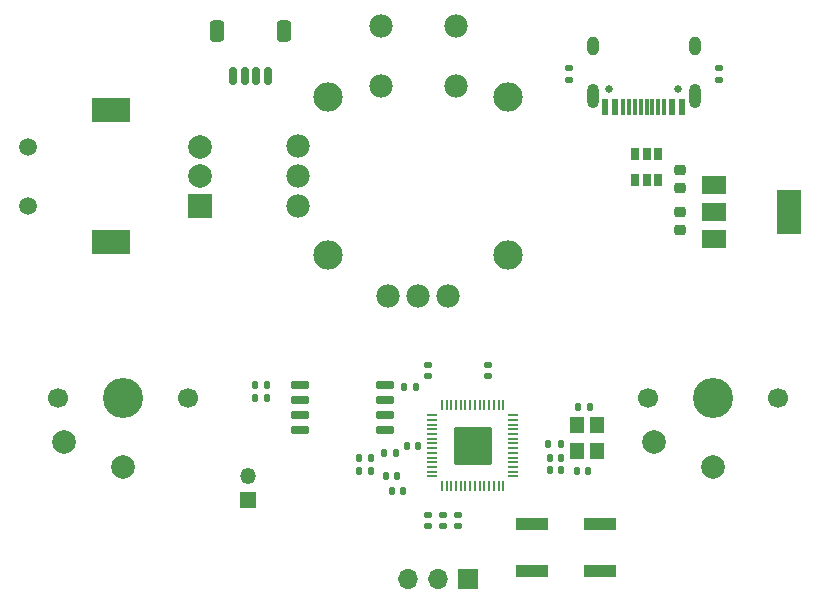
<source format=gbs>
%TF.GenerationSoftware,KiCad,Pcbnew,(6.0.0)*%
%TF.CreationDate,2021-12-27T13:21:06-08:00*%
%TF.ProjectId,Microtus-rp2040,4d696372-6f74-4757-932d-727032303430,rev?*%
%TF.SameCoordinates,Original*%
%TF.FileFunction,Soldermask,Bot*%
%TF.FilePolarity,Negative*%
%FSLAX46Y46*%
G04 Gerber Fmt 4.6, Leading zero omitted, Abs format (unit mm)*
G04 Created by KiCad (PCBNEW (6.0.0)) date 2021-12-27 13:21:06*
%MOMM*%
%LPD*%
G01*
G04 APERTURE LIST*
G04 Aperture macros list*
%AMRoundRect*
0 Rectangle with rounded corners*
0 $1 Rounding radius*
0 $2 $3 $4 $5 $6 $7 $8 $9 X,Y pos of 4 corners*
0 Add a 4 corners polygon primitive as box body*
4,1,4,$2,$3,$4,$5,$6,$7,$8,$9,$2,$3,0*
0 Add four circle primitives for the rounded corners*
1,1,$1+$1,$2,$3*
1,1,$1+$1,$4,$5*
1,1,$1+$1,$6,$7*
1,1,$1+$1,$8,$9*
0 Add four rect primitives between the rounded corners*
20,1,$1+$1,$2,$3,$4,$5,0*
20,1,$1+$1,$4,$5,$6,$7,0*
20,1,$1+$1,$6,$7,$8,$9,0*
20,1,$1+$1,$8,$9,$2,$3,0*%
G04 Aperture macros list end*
%ADD10RoundRect,0.225000X-0.250000X0.225000X-0.250000X-0.225000X0.250000X-0.225000X0.250000X0.225000X0*%
%ADD11RoundRect,0.225000X0.250000X-0.225000X0.250000X0.225000X-0.250000X0.225000X-0.250000X-0.225000X0*%
%ADD12R,1.700000X1.700000*%
%ADD13O,1.700000X1.700000*%
%ADD14R,1.350000X1.350000*%
%ADD15O,1.350000X1.350000*%
%ADD16RoundRect,0.135000X0.135000X0.185000X-0.135000X0.185000X-0.135000X-0.185000X0.135000X-0.185000X0*%
%ADD17O,1.000000X1.600000*%
%ADD18C,0.650000*%
%ADD19O,1.000000X2.100000*%
%ADD20R,0.300000X1.450000*%
%ADD21R,0.600000X1.450000*%
%ADD22RoundRect,0.135000X-0.135000X-0.185000X0.135000X-0.185000X0.135000X0.185000X-0.135000X0.185000X0*%
%ADD23RoundRect,0.135000X0.185000X-0.135000X0.185000X0.135000X-0.185000X0.135000X-0.185000X-0.135000X0*%
%ADD24RoundRect,0.140000X-0.140000X-0.170000X0.140000X-0.170000X0.140000X0.170000X-0.140000X0.170000X0*%
%ADD25RoundRect,0.140000X0.170000X-0.140000X0.170000X0.140000X-0.170000X0.140000X-0.170000X-0.140000X0*%
%ADD26RoundRect,0.140000X-0.170000X0.140000X-0.170000X-0.140000X0.170000X-0.140000X0.170000X0.140000X0*%
%ADD27RoundRect,0.140000X0.140000X0.170000X-0.140000X0.170000X-0.140000X-0.170000X0.140000X-0.170000X0*%
%ADD28RoundRect,0.144000X-1.456000X1.456000X-1.456000X-1.456000X1.456000X-1.456000X1.456000X1.456000X0*%
%ADD29RoundRect,0.050000X-0.050000X0.387500X-0.050000X-0.387500X0.050000X-0.387500X0.050000X0.387500X0*%
%ADD30RoundRect,0.050000X-0.387500X0.050000X-0.387500X-0.050000X0.387500X-0.050000X0.387500X0.050000X0*%
%ADD31RoundRect,0.150000X-0.150000X-0.625000X0.150000X-0.625000X0.150000X0.625000X-0.150000X0.625000X0*%
%ADD32RoundRect,0.250000X-0.350000X-0.650000X0.350000X-0.650000X0.350000X0.650000X-0.350000X0.650000X0*%
%ADD33R,1.200000X1.400000*%
%ADD34R,0.650000X1.060000*%
%ADD35RoundRect,0.150000X0.650000X0.150000X-0.650000X0.150000X-0.650000X-0.150000X0.650000X-0.150000X0*%
%ADD36R,2.000000X3.800000*%
%ADD37R,2.000000X1.500000*%
%ADD38C,1.500000*%
%ADD39R,3.200000X2.000000*%
%ADD40C,2.000000*%
%ADD41R,2.000000X2.000000*%
%ADD42R,2.750000X1.000000*%
%ADD43C,3.400000*%
%ADD44C,1.700000*%
%ADD45C,1.981200*%
%ADD46C,2.489200*%
G04 APERTURE END LIST*
D10*
%TO.C,C2*%
X56642000Y-17287000D03*
X56642000Y-18837000D03*
%TD*%
D11*
%TO.C,C1*%
X56642000Y-15253000D03*
X56642000Y-13703000D03*
%TD*%
D12*
%TO.C,J3*%
X38735000Y-48330000D03*
D13*
X36195000Y-48330000D03*
X33655000Y-48330000D03*
%TD*%
D14*
%TO.C,JP1*%
X20066000Y-41656000D03*
D15*
X20066000Y-39656000D03*
%TD*%
D16*
%TO.C,R2*%
X33272000Y-32131000D03*
X34292000Y-32131000D03*
%TD*%
D17*
%TO.C,J2*%
X57914000Y-3268000D03*
D18*
X56484000Y-6918000D03*
D17*
X49274000Y-3268000D03*
D18*
X50704000Y-6918000D03*
D19*
X49274000Y-7448000D03*
X57914000Y-7448000D03*
D20*
X53344000Y-8363000D03*
X55344000Y-8363000D03*
X54844000Y-8363000D03*
X54344000Y-8363000D03*
X53844000Y-8363000D03*
X52844000Y-8363000D03*
X52344000Y-8363000D03*
X51844000Y-8363000D03*
D21*
X56844000Y-8363000D03*
X56044000Y-8363000D03*
X51144000Y-8363000D03*
X50344000Y-8363000D03*
X50344000Y-8363000D03*
X51144000Y-8363000D03*
X56044000Y-8363000D03*
X56844000Y-8363000D03*
%TD*%
D22*
%TO.C,R7*%
X30482000Y-39243000D03*
X29462000Y-39243000D03*
%TD*%
%TO.C,R6*%
X29462000Y-38100000D03*
X30482000Y-38100000D03*
%TD*%
%TO.C,R5*%
X45544000Y-36957000D03*
X46564000Y-36957000D03*
%TD*%
D23*
%TO.C,R4*%
X59944000Y-6098000D03*
X59944000Y-5078000D03*
%TD*%
%TO.C,R3*%
X47244000Y-6098000D03*
X47244000Y-5078000D03*
%TD*%
D16*
%TO.C,R1*%
X21719000Y-33074000D03*
X20699000Y-33074000D03*
%TD*%
D24*
%TO.C,C16*%
X46603000Y-38100000D03*
X45643000Y-38100000D03*
%TD*%
D25*
%TO.C,C15*%
X40386000Y-31214000D03*
X40386000Y-30254000D03*
%TD*%
%TO.C,C14*%
X35306000Y-30254000D03*
X35306000Y-31214000D03*
%TD*%
D26*
%TO.C,C13*%
X35306000Y-42954000D03*
X35306000Y-43914000D03*
%TD*%
%TO.C,C12*%
X36576000Y-42954000D03*
X36576000Y-43914000D03*
%TD*%
D27*
%TO.C,C11*%
X32611000Y-37719000D03*
X31651000Y-37719000D03*
%TD*%
D26*
%TO.C,C10*%
X37846000Y-42954000D03*
X37846000Y-43914000D03*
%TD*%
D27*
%TO.C,C9*%
X32286000Y-40894000D03*
X33246000Y-40894000D03*
%TD*%
%TO.C,C8*%
X32738000Y-39624000D03*
X31778000Y-39624000D03*
%TD*%
D24*
%TO.C,C7*%
X45643000Y-39116000D03*
X46603000Y-39116000D03*
%TD*%
D27*
%TO.C,C6*%
X34516000Y-37084000D03*
X33556000Y-37084000D03*
%TD*%
D24*
%TO.C,C5*%
X48893000Y-39262000D03*
X47933000Y-39262000D03*
%TD*%
D27*
%TO.C,C4*%
X48060000Y-33782000D03*
X49020000Y-33782000D03*
%TD*%
D24*
%TO.C,C3*%
X20729000Y-31931000D03*
X21689000Y-31931000D03*
%TD*%
D28*
%TO.C,U4*%
X39116000Y-37084000D03*
D29*
X36516000Y-33646500D03*
X36916000Y-33646500D03*
X37316000Y-33646500D03*
X37716000Y-33646500D03*
X38116000Y-33646500D03*
X38516000Y-33646500D03*
X38916000Y-33646500D03*
X39316000Y-33646500D03*
X39716000Y-33646500D03*
X40116000Y-33646500D03*
X40516000Y-33646500D03*
X40916000Y-33646500D03*
X41316000Y-33646500D03*
X41716000Y-33646500D03*
D30*
X42553500Y-34484000D03*
X42553500Y-34884000D03*
X42553500Y-35284000D03*
X42553500Y-35684000D03*
X42553500Y-36084000D03*
X42553500Y-36484000D03*
X42553500Y-36884000D03*
X42553500Y-37284000D03*
X42553500Y-37684000D03*
X42553500Y-38084000D03*
X42553500Y-38484000D03*
X42553500Y-38884000D03*
X42553500Y-39284000D03*
X42553500Y-39684000D03*
D29*
X41716000Y-40521500D03*
X41316000Y-40521500D03*
X40916000Y-40521500D03*
X40516000Y-40521500D03*
X40116000Y-40521500D03*
X39716000Y-40521500D03*
X39316000Y-40521500D03*
X38916000Y-40521500D03*
X38516000Y-40521500D03*
X38116000Y-40521500D03*
X37716000Y-40521500D03*
X37316000Y-40521500D03*
X36916000Y-40521500D03*
X36516000Y-40521500D03*
D30*
X35678500Y-39684000D03*
X35678500Y-39284000D03*
X35678500Y-38884000D03*
X35678500Y-38484000D03*
X35678500Y-38084000D03*
X35678500Y-37684000D03*
X35678500Y-37284000D03*
X35678500Y-36884000D03*
X35678500Y-36484000D03*
X35678500Y-36084000D03*
X35678500Y-35684000D03*
X35678500Y-35284000D03*
X35678500Y-34884000D03*
X35678500Y-34484000D03*
%TD*%
D31*
%TO.C,J1*%
X18820000Y-5810000D03*
X19820000Y-5810000D03*
X20820000Y-5810000D03*
X21820000Y-5810000D03*
D32*
X17520000Y-1935000D03*
X23120000Y-1935000D03*
%TD*%
D33*
%TO.C,Y1*%
X49644000Y-35349000D03*
X49644000Y-37549000D03*
X47944000Y-37549000D03*
X47944000Y-35349000D03*
%TD*%
D34*
%TO.C,U3*%
X52898000Y-12362000D03*
X53848000Y-12362000D03*
X54798000Y-12362000D03*
X54798000Y-14562000D03*
X52898000Y-14562000D03*
X53848000Y-14562000D03*
%TD*%
D35*
%TO.C,U2*%
X31667000Y-31931000D03*
X31667000Y-33201000D03*
X31667000Y-34471000D03*
X31667000Y-35741000D03*
X24467000Y-35741000D03*
X24467000Y-34471000D03*
X24467000Y-33201000D03*
X24467000Y-31931000D03*
%TD*%
D36*
%TO.C,U1*%
X65888000Y-17272000D03*
D37*
X59588000Y-17272000D03*
X59588000Y-14972000D03*
X59588000Y-19572000D03*
%TD*%
D38*
%TO.C,SW5*%
X1510000Y-11764000D03*
X1510000Y-16764000D03*
D39*
X8510000Y-8664000D03*
X8510000Y-19864000D03*
D40*
X16010000Y-11764000D03*
X16010000Y-14264000D03*
D41*
X16010000Y-16764000D03*
%TD*%
D42*
%TO.C,SW4*%
X49870000Y-47720000D03*
X44110000Y-47720000D03*
X44110000Y-43720000D03*
X49870000Y-43720000D03*
%TD*%
D43*
%TO.C,SW3*%
X59500000Y-33000000D03*
D40*
X59500000Y-38900000D03*
X54500000Y-36800000D03*
D44*
X54000000Y-33000000D03*
X65000000Y-33000000D03*
%TD*%
D43*
%TO.C,SW1*%
X9500000Y-33000000D03*
D40*
X9500000Y-38900000D03*
X4500000Y-36800000D03*
D44*
X4000000Y-33000000D03*
X15000000Y-33000000D03*
%TD*%
D45*
%TO.C,S1*%
X31325000Y-1524000D03*
X37675000Y-1524000D03*
X31325000Y-6604000D03*
X37675000Y-6604000D03*
X31960000Y-24384000D03*
X34500000Y-24384000D03*
X37040000Y-24384000D03*
D46*
X26880000Y-7556500D03*
X26880000Y-20891500D03*
X42120000Y-20891500D03*
X42120000Y-7556500D03*
D45*
X24340000Y-11684000D03*
X24340000Y-14224000D03*
X24340000Y-16764000D03*
%TD*%
M02*

</source>
